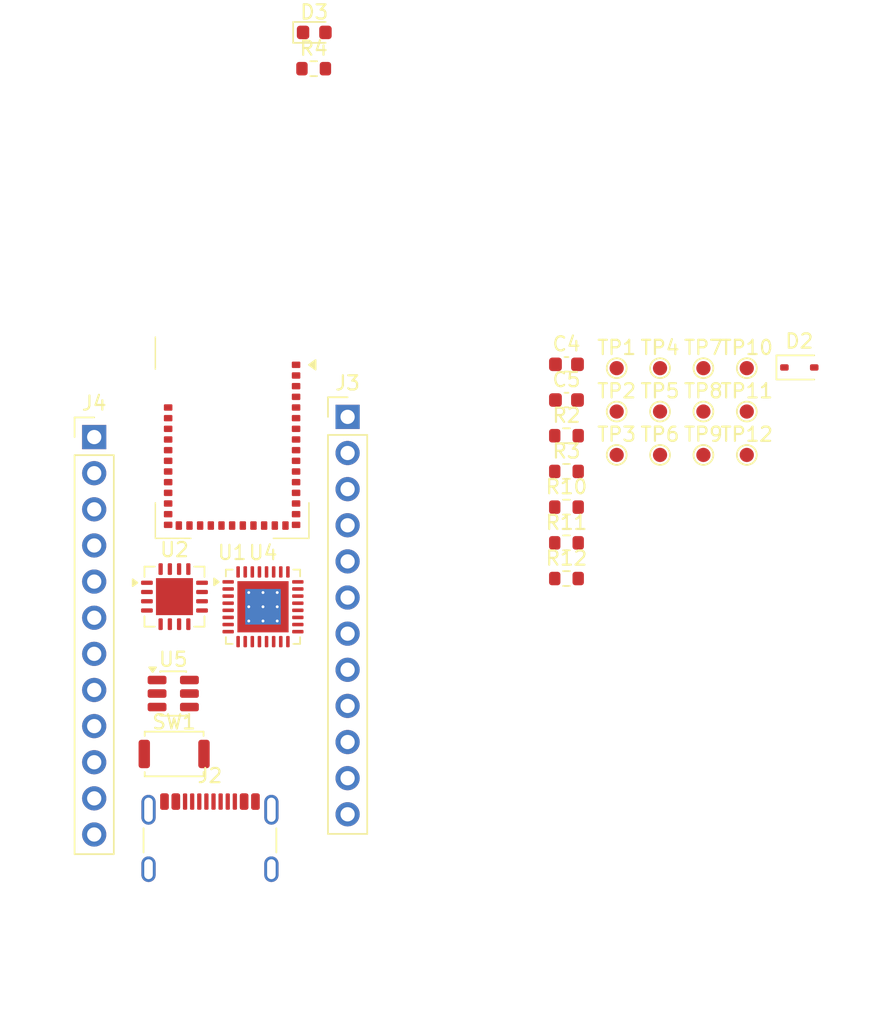
<source format=kicad_pcb>
(kicad_pcb (version 20241229) (generator "pcbnew") (generator_version "9.0")
  (layers (0 "F.Cu" signal) (2 "B.Cu" signal) (13 "F.Paste" user) (15 "B.Paste" user) (5 "F.SilkS" user "F.Silkscreen") (7 "B.SilkS" user "B.Silkscreen") (1 "F.Mask" user) (3 "B.Mask" user) (25 "Edge.Cuts" user))
  (net 0 "")
  (net 1 "GND")
  (net 2 "+3.3V")
  (net 3 "/SCL")
  (net 4 "/EOH")
  (net 5 "/SDA")
  (net 6 "/FDC_SHUTDOWN")
  (net 44 "Net-(U2-VINT-Pad14)")
  (net 87 "Net-(D2-K)")
  (net 88 "/USB_VBUS")
  (net 89 "Net-(D3-A)")
  (net 90 "Net-(J2-CC2)")
  (net 93 "/D-")
  (net 94 "/D+")
  (net 95 "Net-(J2-CC1)")
  (net 96 "Net-(D4-RK)")
  (net 97 "Net-(D4-GK)")
  (net 98 "Net-(D4-BK)")
  (net 99 "/RESET")
  (net 100 "/BOOTMODE")
  (net 101 "/UART_TX")
  (net 102 "/UART_RX")
  (net 103 "/SENSE_SOIL+")
  (net 104 "/FDC_OFF")
  (net 105 "/SENSE_SOIL-")
  (net 106 "/USB_D+")
  (net 107 "/USB_D-")
  (footprint "LED_SMD:LED_0603_1608Metric" (layer "F.Cu") (at 160.255 106.17)
    (property "Reference" "D3" (at 0 -1.43 0) (layer "F.SilkS"))
    (property "Value" "PWRLED")
    (fp_line (start -1.485 -0.735) (end -1.485 0.735) (stroke (width 0.12)) (layer "F.SilkS"))
    (fp_line (start -1.485 0.735) (end 0.8 0.735) (stroke (width 0.12)) (layer "F.SilkS"))
    (fp_line (start 0.8 -0.735) (end -1.485 -0.735) (stroke (width 0.12)) (layer "F.SilkS"))
    (pad "1" smd roundrect (at -0.7875 0) (size 0.875 0.95) (layers "F.Cu" "F.Mask" "F.Paste") (net 1 "GND"))
    (pad "2" smd roundrect (at 0.7875 0) (size 0.875 0.95) (layers "F.Cu" "F.Mask" "F.Paste") (net 89 "Net-(D3-A)"))
  )
  (footprint "TestPoint:TestPoint_Pad_D1.0mm" (layer "F.Cu") (at 187.6225 129.775)
    (property "Reference" "TP7" (at 0 -1.448 0) (layer "F.SilkS"))
    (property "Value" "SCL")
    (fp_circle (center 0 0) (end 0 0.7) (stroke (width 0.12)) (fill no) (layer "F.SilkS"))
    (pad "1" smd circle (at 0 0) (size 1 1) (layers "F.Cu" "F.Mask") (net 3 "/SCL"))
  )
  (footprint "TestPoint:TestPoint_Pad_D1.0mm" (layer "F.Cu") (at 190.6725 135.875)
    (property "Reference" "TP12" (at 0 -1.448 0) (layer "F.SilkS"))
    (property "Value" "SOIL_B")
    (fp_circle (center 0 0) (end 0 0.7) (stroke (width 0.12)) (fill no) (layer "F.SilkS"))
    (pad "1" smd circle (at 0 0) (size 1 1) (layers "F.Cu" "F.Mask") (net 105 "/SENSE_SOIL-"))
  )
  (footprint "Connector_USB:USB_C_Receptacle_GCT_USB4105-xx-A_16P_TopMnt_Horizontal" (layer "F.Cu") (at 152.92 163.925)
    (property "Reference" "J2" (at 0 -5.5 0) (layer "F.SilkS"))
    (property "Value" "USB4105-GF-A")
    (fp_line (start -4.67 -0.1) (end -4.67 -1.8) (stroke (width 0.12)) (layer "F.SilkS"))
    (fp_line (start 4.67 -0.1) (end 4.67 -1.8) (stroke (width 0.12)) (layer "F.SilkS"))
    (pad "" np_thru_hole circle (at -2.89 -2.605) (size 0.65 0.65) (drill 0.65) (layers "*.Cu" "*.Mask"))
    (pad "" np_thru_hole circle (at 2.89 -2.605) (size 0.65 0.65) (drill 0.65) (layers "*.Cu" "*.Mask"))
    (pad "A1" smd roundrect (at -3.2 -3.68) (size 0.6 1.15) (layers "F.Cu" "F.Mask" "F.Paste") (net 1 "GND"))
    (pad "A4" smd roundrect (at -2.4 -3.68) (size 0.6 1.15) (layers "F.Cu" "F.Mask" "F.Paste") (net 88 "/USB_VBUS"))
    (pad "A5" smd roundrect (at -1.25 -3.68) (size 0.3 1.15) (layers "F.Cu" "F.Mask" "F.Paste") (net 95 "Net-(J2-CC1)"))
    (pad "A6" smd roundrect (at -0.25 -3.68) (size 0.3 1.15) (layers "F.Cu" "F.Mask" "F.Paste") (net 94 "/D+"))
    (pad "A7" smd roundrect (at 0.25 -3.68) (size 0.3 1.15) (layers "F.Cu" "F.Mask" "F.Paste") (net 93 "/D-"))
    (pad "A8" smd roundrect (at 1.25 -3.68) (size 0.3 1.15) (layers "F.Cu" "F.Mask" "F.Paste"))
    (pad "A9" smd roundrect (at 2.4 -3.68) (size 0.6 1.15) (layers "F.Cu" "F.Mask" "F.Paste") (net 88 "/USB_VBUS"))
    (pad "A12" smd roundrect (at 3.2 -3.68) (size 0.6 1.15) (layers "F.Cu" "F.Mask" "F.Paste") (net 1 "GND"))
    (pad "B1" smd roundrect (at 3.2 -3.68) (size 0.6 1.15) (layers "F.Cu" "F.Mask" "F.Paste") (net 1 "GND"))
    (pad "B4" smd roundrect (at 2.4 -3.68) (size 0.6 1.15) (layers "F.Cu" "F.Mask" "F.Paste") (net 88 "/USB_VBUS"))
    (pad "B5" smd roundrect (at 1.75 -3.68) (size 0.3 1.15) (layers "F.Cu" "F.Mask" "F.Paste") (net 90 "Net-(J2-CC2)"))
    (pad "B6" smd roundrect (at 0.75 -3.68) (size 0.3 1.15) (layers "F.Cu" "F.Mask" "F.Paste") (net 94 "/D+"))
    (pad "B7" smd roundrect (at -0.75 -3.68) (size 0.3 1.15) (layers "F.Cu" "F.Mask" "F.Paste") (net 93 "/D-"))
    (pad "B8" smd roundrect (at -1.75 -3.68) (size 0.3 1.15) (layers "F.Cu" "F.Mask" "F.Paste"))
    (pad "B9" smd roundrect (at -2.4 -3.68) (size 0.6 1.15) (layers "F.Cu" "F.Mask" "F.Paste") (net 88 "/USB_VBUS"))
    (pad "B12" smd roundrect (at -3.2 -3.68) (size 0.6 1.15) (layers "F.Cu" "F.Mask" "F.Paste") (net 1 "GND"))
    (pad "S1" thru_hole oval (at -4.32 -3.105) (size 1 2.1) (drill oval 0.6 1.7) (property pad_prop_heatsink) (layers "*.Cu" "*.Mask" "F.Paste") (net 1 "GND"))
    (pad "S1" thru_hole oval (at -4.32 1.075) (size 1 1.8) (drill oval 0.6 1.4) (property pad_prop_heatsink) (layers "*.Cu" "*.Mask" "F.Paste") (net 1 "GND"))
    (pad "S1" thru_hole oval (at 4.32 -3.105) (size 1 2.1) (drill oval 0.6 1.7) (property pad_prop_heatsink) (layers "*.Cu" "*.Mask" "F.Paste") (net 1 "GND"))
    (pad "S1" thru_hole oval (at 4.32 1.075) (size 1 1.8) (drill oval 0.6 1.4) (property pad_prop_heatsink) (layers "*.Cu" "*.Mask" "F.Paste") (net 1 "GND"))
  )
  (footprint "Connector_PinHeader_2.54mm:PinHeader_1x12_P2.54mm_Vertical" (layer "F.Cu") (at 162.6 133.2)
    (property "Reference" "J3" (at 0 -2.38 0) (layer "F.SilkS"))
    (property "Value" "Conn_Breadboard")
    (fp_line (start -1.38 -1.38) (end 0 -1.38) (stroke (width 0.12)) (layer "F.SilkS"))
    (fp_line (start -1.38 0) (end -1.38 -1.38) (stroke (width 0.12)) (layer "F.SilkS"))
    (fp_line (start -1.38 1.27) (end -1.38 29.32) (stroke (width 0.12)) (layer "F.SilkS"))
    (fp_line (start -1.38 1.27) (end 1.38 1.27) (stroke (width 0.12)) (layer "F.SilkS"))
    (fp_line (start -1.38 29.32) (end 1.38 29.32) (stroke (width 0.12)) (layer "F.SilkS"))
    (fp_line (start 1.38 1.27) (end 1.38 29.32) (stroke (width 0.12)) (layer "F.SilkS"))
    (pad "1" thru_hole rect (at 0 0) (size 1.7 1.7) (drill 1) (layers "*.Cu" "*.Mask"))
    (pad "2" thru_hole circle (at 0 2.54) (size 1.7 1.7) (drill 1) (layers "*.Cu" "*.Mask"))
    (pad "3" thru_hole circle (at 0 5.08) (size 1.7 1.7) (drill 1) (layers "*.Cu" "*.Mask"))
    (pad "4" thru_hole circle (at 0 7.62) (size 1.7 1.7) (drill 1) (layers "*.Cu" "*.Mask"))
    (pad "5" thru_hole circle (at 0 10.16) (size 1.7 1.7) (drill 1) (layers "*.Cu" "*.Mask"))
    (pad "6" thru_hole circle (at 0 12.7) (size 1.7 1.7) (drill 1) (layers "*.Cu" "*.Mask"))
    (pad "7" thru_hole circle (at 0 15.24) (size 1.7 1.7) (drill 1) (layers "*.Cu" "*.Mask"))
    (pad "8" thru_hole circle (at 0 17.78) (size 1.7 1.7) (drill 1) (layers "*.Cu" "*.Mask"))
    (pad "9" thru_hole circle (at 0 20.32) (size 1.7 1.7) (drill 1) (layers "*.Cu" "*.Mask"))
    (pad "10" thru_hole circle (at 0 22.86) (size 1.7 1.7) (drill 1) (layers "*.Cu" "*.Mask"))
    (pad "11" thru_hole circle (at 0 25.4) (size 1.7 1.7) (drill 1) (layers "*.Cu" "*.Mask"))
    (pad "12" thru_hole circle (at 0 27.94) (size 1.7 1.7) (drill 1) (layers "*.Cu" "*.Mask"))
  )
  (footprint "Connector_PinHeader_2.54mm:PinHeader_1x12_P2.54mm_Vertical" (layer "F.Cu") (at 144.78 134.62)
    (property "Reference" "J4" (at 0 -2.38 0) (layer "F.SilkS"))
    (property "Value" "Conn_Breadboard")
    (fp_line (start -1.38 -1.38) (end 0 -1.38) (stroke (width 0.12)) (layer "F.SilkS"))
    (fp_line (start -1.38 0) (end -1.38 -1.38) (stroke (width 0.12)) (layer "F.SilkS"))
    (fp_line (start -1.38 1.27) (end -1.38 29.32) (stroke (width 0.12)) (layer "F.SilkS"))
    (fp_line (start -1.38 1.27) (end 1.38 1.27) (stroke (width 0.12)) (layer "F.SilkS"))
    (fp_line (start -1.38 29.32) (end 1.38 29.32) (stroke (width 0.12)) (layer "F.SilkS"))
    (fp_line (start 1.38 1.27) (end 1.38 29.32) (stroke (width 0.12)) (layer "F.SilkS"))
    (pad "1" thru_hole rect (at 0 0) (size 1.7 1.7) (drill 1) (layers "*.Cu" "*.Mask"))
    (pad "2" thru_hole circle (at 0 2.54) (size 1.7 1.7) (drill 1) (layers "*.Cu" "*.Mask"))
    (pad "3" thru_hole circle (at 0 5.08) (size 1.7 1.7) (drill 1) (layers "*.Cu" "*.Mask"))
    (pad "4" thru_hole circle (at 0 7.62) (size 1.7 1.7) (drill 1) (layers "*.Cu" "*.Mask") (net 2 "+3.3V"))
    (pad "5" thru_hole circle (at 0 10.16) (size 1.7 1.7) (drill 1) (layers "*.Cu" "*.Mask") (net 1 "GND"))
    (pad "6" thru_hole circle (at 0 12.7) (size 1.7 1.7) (drill 1) (layers "*.Cu" "*.Mask") (net 5 "/SDA"))
    (pad "7" thru_hole circle (at 0 15.24) (size 1.7 1.7) (drill 1) (layers "*.Cu" "*.Mask") (net 3 "/SCL"))
    (pad "8" thru_hole circle (at 0 17.78) (size 1.7 1.7) (drill 1) (layers "*.Cu" "*.Mask") (net 4 "/EOH"))
    (pad "9" thru_hole circle (at 0 20.32) (size 1.7 1.7) (drill 1) (layers "*.Cu" "*.Mask") (net 6 "/FDC_SHUTDOWN"))
    (pad "10" thru_hole circle (at 0 22.86) (size 1.7 1.7) (drill 1) (layers "*.Cu" "*.Mask"))
    (pad "11" thru_hole circle (at 0 25.4) (size 1.7 1.7) (drill 1) (layers "*.Cu" "*.Mask"))
    (pad "12" thru_hole circle (at 0 27.94) (size 1.7 1.7) (drill 1) (layers "*.Cu" "*.Mask"))
  )
  (footprint "Diode_SMD:D_SOD-323" (layer "F.Cu") (at 194.3675 129.725)
    (property "Reference" "D2" (at 0 -1.85 0) (layer "F.SilkS"))
    (property "Value" "B0520WS-7-F")
    (fp_line (start -1.61 -0.85) (end -1.61 0.85) (stroke (width 0.12)) (layer "F.SilkS"))
    (fp_line (start -1.61 -0.85) (end 1.05 -0.85) (stroke (width 0.12)) (layer "F.SilkS"))
    (fp_line (start -1.61 0.85) (end 1.05 0.85) (stroke (width 0.12)) (layer "F.SilkS"))
    (pad "1" smd roundrect (at -1.05 0) (size 0.6 0.45) (layers "F.Cu" "F.Mask" "F.Paste") (net 87 "Net-(D2-K)"))
    (pad "2" smd roundrect (at 1.05 0) (size 0.6 0.45) (layers "F.Cu" "F.Mask" "F.Paste") (net 88 "/USB_VBUS"))
  )
  (footprint "TestPoint:TestPoint_Pad_D1.0mm" (layer "F.Cu") (at 184.5725 129.775)
    (property "Reference" "TP4" (at 0 -1.448 0) (layer "F.SilkS"))
    (property "Value" "RST")
    (fp_circle (center 0 0) (end 0 0.7) (stroke (width 0.12)) (fill no) (layer "F.SilkS"))
    (pad "1" smd circle (at 0 0) (size 1 1) (layers "F.Cu" "F.Mask") (net 99 "/RESET"))
  )
  (footprint "Capacitor_SMD:C_0603_1608Metric" (layer "F.Cu") (at 177.9925 132.015)
    (property "Reference" "C5" (at 0 -1.43 0) (layer "F.SilkS"))
    (property "Value" "1u")
    (fp_line (start -0.14058 -0.51) (end 0.14058 -0.51) (stroke (width 0.12)) (layer "F.SilkS"))
    (fp_line (start -0.14058 0.51) (end 0.14058 0.51) (stroke (width 0.12)) (layer "F.SilkS"))
    (pad "1" smd roundrect (at -0.775 0) (size 0.9 0.95) (layers "F.Cu" "F.Mask" "F.Paste") (net 2 "+3.3V"))
    (pad "2" smd roundrect (at 0.775 0) (size 0.9 0.95) (layers "F.Cu" "F.Mask" "F.Paste") (net 1 "GND"))
  )
  (footprint "Button_Switch_SMD:SW_Push_SPST_NO_Alps_SKRK" (layer "F.Cu") (at 150.4 156.9)
    (property "Reference" "SW1" (at 0 -2.25 0) (layer "F.SilkS"))
    (property "Value" "Reset")
    (fp_line (start -2.07 -1.57) (end 2.07 -1.57) (stroke (width 0.12)) (layer "F.SilkS"))
    (fp_line (start -2.07 -1.27) (end -2.07 -1.57) (stroke (width 0.12)) (layer "F.SilkS"))
    (fp_line (start -2.07 1.57) (end -2.07 1.27) (stroke (width 0.12)) (layer "F.SilkS"))
    (fp_line (start 2.07 -1.57) (end 2.07 -1.27) (stroke (width 0.12)) (layer "F.SilkS"))
    (fp_line (start 2.07 1.27) (end 2.07 1.57) (stroke (width 0.12)) (layer "F.SilkS"))
    (fp_line (start 2.07 1.57) (end -2.07 1.57) (stroke (width 0.12)) (layer "F.SilkS"))
    (pad "1" smd roundrect (at -2.1 0) (size 0.8 2) (layers "F.Cu" "F.Mask" "F.Paste") (net 99 "/RESET"))
    (pad "2" smd roundrect (at 2.1 0) (size 0.8 2) (layers "F.Cu" "F.Mask" "F.Paste") (net 1 "GND"))
  )
  (footprint "Package_TO_SOT_SMD:SOT-23-6" (layer "F.Cu") (at 150.3375 152.65)
    (property "Reference" "U5" (at 0 -2.4 0) (layer "F.SilkS"))
    (property "Value" "USBLC6-2SC6")
    (fp_line (start -0.91 -1.56) (end 0.91 -1.56) (stroke (width 0.12)) (layer "F.SilkS"))
    (fp_line (start -0.91 -1.51) (end -0.91 -1.56) (stroke (width 0.12)) (layer "F.SilkS"))
    (fp_line (start -0.91 1.56) (end -0.91 1.51) (stroke (width 0.12)) (layer "F.SilkS"))
    (fp_line (start 0.91 -1.56) (end 0.91 -1.51) (stroke (width 0.12)) (layer "F.SilkS"))
    (fp_line (start 0.91 1.51) (end 0.91 1.56) (stroke (width 0.12)) (layer "F.SilkS"))
    (fp_line (start 0.91 1.56) (end -0.91 1.56) (stroke (width 0.12)) (layer "F.SilkS"))
    (fp_poly (pts (xy -1.45 -1.51) (xy -1.69 -1.84) (xy -1.21 -1.84)) (stroke (width 0.12)) (fill yes) (layer "F.SilkS"))
    (pad "1" smd roundrect (at -1.1375 -0.95) (size 1.325 0.6) (layers "F.Cu" "F.Mask" "F.Paste") (net 93 "/D-"))
    (pad "2" smd roundrect (at -1.1375 0) (size 1.325 0.6) (layers "F.Cu" "F.Mask" "F.Paste") (net 1 "GND"))
    (pad "3" smd roundrect (at -1.1375 0.95) (size 1.325 0.6) (layers "F.Cu" "F.Mask" "F.Paste") (net 94 "/D+"))
    (pad "4" smd roundrect (at 1.1375 0.95) (size 1.325 0.6) (layers "F.Cu" "F.Mask" "F.Paste") (net 106 "/USB_D+"))
    (pad "5" smd roundrect (at 1.1375 0) (size 1.325 0.6) (layers "F.Cu" "F.Mask" "F.Paste") (net 88 "/USB_VBUS"))
    (pad "6" smd roundrect (at 1.1375 -0.95) (size 1.325 0.6) (layers "F.Cu" "F.Mask" "F.Paste") (net 107 "/USB_D-"))
  )
  (footprint "TestPoint:TestPoint_Pad_D1.0mm" (layer "F.Cu") (at 187.6225 135.875)
    (property "Reference" "TP9" (at 0 -1.448 0) (layer "F.SilkS"))
    (property "Value" "SOIL_A")
    (fp_circle (center 0 0) (end 0 0.7) (stroke (width 0.12)) (fill no) (layer "F.SilkS"))
    (pad "1" smd circle (at 0 0) (size 1 1) (layers "F.Cu" "F.Mask") (net 103 "/SENSE_SOIL+"))
  )
  (footprint "TestPoint:TestPoint_Pad_D1.0mm" (layer "F.Cu") (at 181.5225 129.775)
    (property "Reference" "TP1" (at 0 -1.448 0) (layer "F.SilkS"))
    (property "Value" "3.3V")
    (fp_circle (center 0 0) (end 0 0.7) (stroke (width 0.12)) (fill no) (layer "F.SilkS"))
    (pad "1" smd circle (at 0 0) (size 1 1) (layers "F.Cu" "F.Mask") (net 2 "+3.3V"))
  )
  (footprint "TestPoint:TestPoint_Pad_D1.0mm" (layer "F.Cu") (at 190.6725 129.775)
    (property "Reference" "TP10" (at 0 -1.448 0) (layer "F.SilkS"))
    (property "Value" "EOH")
    (fp_circle (center 0 0) (end 0 0.7) (stroke (width 0.12)) (fill no) (layer "F.SilkS"))
    (pad "1" smd circle (at 0 0) (size 1 1) (layers "F.Cu" "F.Mask") (net 4 "/EOH"))
  )
  (footprint "Resistor_SMD:R_0603_1608Metric" (layer "F.Cu") (at 177.9925 144.565)
    (property "Reference" "R12" (at 0 -1.43 0) (layer "F.SilkS"))
    (property "Value" "10")
    (fp_line (start -0.237258 -0.5225) (end 0.237258 -0.5225) (stroke (width 0.12)) (layer "F.SilkS"))
    (fp_line (start -0.237258 0.5225) (end 0.237258 0.5225) (stroke (width 0.12)) (layer "F.SilkS"))
    (pad "1" smd roundrect (at -0.825 0) (size 0.8 0.95) (layers "F.Cu" "F.Mask" "F.Paste") (net 98 "Net-(D4-BK)"))
    (pad "2" smd roundrect (at 0.825 0) (size 0.8 0.95) (layers "F.Cu" "F.Mask" "F.Paste") (net 1 "GND"))
  )
  (footprint "Resistor_SMD:R_0603_1608Metric" (layer "F.Cu") (at 177.9925 139.545)
    (property "Reference" "R10" (at 0 -1.43 0) (layer "F.SilkS"))
    (property "Value" "60")
    (fp_line (start -0.237258 -0.5225) (end 0.237258 -0.5225) (stroke (width 0.12)) (layer "F.SilkS"))
    (fp_line (start -0.237258 0.5225) (end 0.237258 0.5225) (stroke (width 0.12)) (layer "F.SilkS"))
    (pad "1" smd roundrect (at -0.825 0) (size 0.8 0.95) (layers "F.Cu" "F.Mask" "F.Paste") (net 96 "Net-(D4-RK)"))
    (pad "2" smd roundrect (at 0.825 0) (size 0.8 0.95) (layers "F.Cu" "F.Mask" "F.Paste") (net 1 "GND"))
  )
  (footprint "TestPoint:TestPoint_Pad_D1.0mm" (layer "F.Cu") (at 190.6725 132.825)
    (property "Reference" "TP11" (at 0 -1.448 0) (layer "F.SilkS"))
    (property "Value" "FDC_OFF")
    (fp_circle (center 0 0) (end 0 0.7) (stroke (width 0.12)) (fill no) (layer "F.SilkS"))
    (pad "1" smd circle (at 0 0) (size 1 1) (layers "F.Cu" "F.Mask") (net 104 "/FDC_OFF"))
  )
  (footprint "Resistor_SMD:R_0603_1608Metric" (layer "F.Cu") (at 177.9925 142.055)
    (property "Reference" "R11" (at 0 -1.43 0) (layer "F.SilkS"))
    (property "Value" "10")
    (fp_line (start -0.237258 -0.5225) (end 0.237258 -0.5225) (stroke (width 0.12)) (layer "F.SilkS"))
    (fp_line (start -0.237258 0.5225) (end 0.237258 0.5225) (stroke (width 0.12)) (layer "F.SilkS"))
    (pad "1" smd roundrect (at -0.825 0) (size 0.8 0.95) (layers "F.Cu" "F.Mask" "F.Paste") (net 97 "Net-(D4-GK)"))
    (pad "2" smd roundrect (at 0.825 0) (size 0.8 0.95) (layers "F.Cu" "F.Mask" "F.Paste") (net 1 "GND"))
  )
  (footprint "TestPoint:TestPoint_Pad_D1.0mm" (layer "F.Cu") (at 181.5225 132.825)
    (property "Reference" "TP2" (at 0 -1.448 0) (layer "F.SilkS"))
    (property "Value" "GND")
    (fp_circle (center 0 0) (end 0 0.7) (stroke (width 0.12)) (fill no) (layer "F.SilkS"))
    (pad "1" smd circle (at 0 0) (size 1 1) (layers "F.Cu" "F.Mask") (net 1 "GND"))
  )
  (footprint "TestPoint:TestPoint_Pad_D1.0mm" (layer "F.Cu") (at 184.5725 135.875)
    (property "Reference" "TP6" (at 0 -1.448 0) (layer "F.SilkS"))
    (property "Value" "UART_RX")
    (fp_circle (center 0 0) (end 0 0.7) (stroke (width 0.12)) (fill no) (layer "F.SilkS"))
    (pad "1" smd circle (at 0 0) (size 1 1) (layers "F.Cu" "F.Mask") (net 102 "/UART_RX"))
  )
  (footprint "TestPoint:TestPoint_Pad_D1.0mm" (layer "F.Cu") (at 187.6225 132.825)
    (property "Reference" "TP8" (at 0 -1.448 0) (layer "F.SilkS"))
    (property "Value" "SDA")
    (fp_circle (center 0 0) (end 0 0.7) (stroke (width 0.12)) (fill no) (layer "F.SilkS"))
    (pad "1" smd circle (at 0 0) (size 1 1) (layers "F.Cu" "F.Mask") (net 5 "/SDA"))
  )
  (footprint "Package_DFN_QFN:UQFN-16-1EP_4x4mm_P0.65mm_EP2.6x2.6mm" (layer "F.Cu") (at 150.425 145.8375)
    (property "Reference" "U2" (at 0 -3.3 0) (layer "F.SilkS"))
    (property "Value" "nPM2100-QEXX")
    (fp_line (start -2.11 -2.11) (end -1.385 -2.11) (stroke (width 0.12)) (layer "F.SilkS"))
    (fp_line (start -2.11 -1.385) (end -2.11 -2.11) (stroke (width 0.12)) (layer "F.SilkS"))
    (fp_line (start -2.11 2.11) (end -2.11 1.385) (stroke (width 0.12)) (layer "F.SilkS"))
    (fp_line (start -1.385 2.11) (end -2.11 2.11) (stroke (width 0.12)) (layer "F.SilkS"))
    (fp_line (start 1.385 -2.11) (end 2.11 -2.11) (stroke (width 0.12)) (layer "F.SilkS"))
    (fp_line (start 2.11 -2.11) (end 2.11 -1.385) (stroke (width 0.12)) (layer "F.SilkS"))
    (fp_line (start 2.11 1.385) (end 2.11 2.11) (stroke (width 0.12)) (layer "F.SilkS"))
    (fp_line (start 2.11 2.11) (end 1.385 2.11) (stroke (width 0.12)) (layer "F.SilkS"))
    (fp_poly (pts (xy -2.61 -0.98) (xy -2.94 -0.74) (xy -2.94 -1.22)) (stroke (width 0.12)) (fill yes) (layer "F.SilkS"))
    (pad "1" smd roundrect (at -1.9375 -0.975) (size 0.825 0.3) (layers "F.Cu" "F.Mask" "F.Paste"))
    (pad "2" smd roundrect (at -1.9375 -0.325) (size 0.825 0.3) (layers "F.Cu" "F.Mask" "F.Paste"))
    (pad "3" smd roundrect (at -1.9375 0.325) (size 0.825 0.3) (layers "F.Cu" "F.Mask" "F.Paste"))
    (pad "4" smd roundrect (at -1.9375 0.975) (size 0.825 0.3) (layers "F.Cu" "F.Mask" "F.Paste"))
    (pad "5" smd roundrect (at -0.975 1.9375) (size 0.3 0.825) (layers "F.Cu" "F.Mask" "F.Paste"))
    (pad "6" smd roundrect (at -0.325 1.9375) (size 0.3 0.825) (layers "F.Cu" "F.Mask" "F.Paste"))
    (pad "7" smd roundrect (at 0.325 1.9375) (size 0.3 0.825) (layers "F.Cu" "F.Mask" "F.Paste"))
    (pad "8" smd roundrect (at 0.975 1.9375) (size 0.3 0.825) (layers "F.Cu" "F.Mask" "F.Paste"))
    (pad "9" smd roundrect (at 1.9375 0.975) (size 0.825 0.3) (layers "F.Cu" "F.Mask" "F.Paste"))
    (pad "10" smd roundrect (at 1.9375 0.325) (size 0.825 0.3) (layers "F.Cu" "F.Mask" "F.Paste"))
    (pad "11" smd roundrect (at 1.9375 -0.325) (size 0.825 0.3) (layers "F.Cu" "F.Mask" "F.Paste") (net 1 "GND"))
    (pad "12" smd roundrect (at 1.9375 -0.975) (size 0.825 0.3) (layers "F.Cu" "F.Mask" "F.Paste"))
    (pad "13" smd roundrect (at 0.975 -1.9375) (size 0.3 0.825) (layers "F.Cu" "F.Mask" "F.Paste"))
    (pad "14" smd roundrect (at 0.325 -1.9375) (size 0.3 0.825) (layers "F.Cu" "F.Mask" "F.Paste") (net 44 "Net-(U2-VINT-Pad14)"))
    (pad "15" smd roundrect (at -0.325 -1.9375) (size 0.3 0.825) (layers "F.Cu" "F.Mask" "F.Paste") (net 44 "Net-(U2-VINT-Pad14)"))
    (pad "16" smd roundrect (at -0.975 -1.9375) (size 0.3 0.825) (layers "F.Cu" "F.Mask" "F.Paste") (net 1 "GND"))
    (pad "17" smd rect (at 0 0) (size 2.6 2.6) (property pad_prop_heatsink) (layers "F.Cu" "F.Mask") (net 1 "GND"))
  )
  (footprint "Resistor_SMD:R_0603_1608Metric" (layer "F.Cu") (at 160.215 108.72)
    (property "Reference" "R4" (at 0 -1.43 0) (layer "F.SilkS"))
    (property "Value" "680")
    (fp_line (start -0.237258 -0.5225) (end 0.237258 -0.5225) (stroke (width 0.12)) (layer "F.SilkS"))
    (fp_line (start -0.237258 0.5225) (end 0.237258 0.5225) (stroke (width 0.12)) (layer "F.SilkS"))
    (pad "1" smd roundrect (at -0.825 0) (size 0.8 0.95) (layers "F.Cu" "F.Mask" "F.Paste") (net 2 "+3.3V"))
    (pad "2" smd roundrect (at 0.825 0) (size 0.8 0.95) (layers "F.Cu" "F.Mask" "F.Paste") (net 89 "Net-(D3-A)"))
  )
  (footprint "Capacitor_SMD:C_0603_1608Metric" (layer "F.Cu") (at 177.9925 129.505)
    (property "Reference" "C4" (at 0 -1.43 0) (layer "F.SilkS"))
    (property "Value" "1u")
    (fp_line (start -0.14058 -0.51) (end 0.14058 -0.51) (stroke (width 0.12)) (layer "F.SilkS"))
    (fp_line (start -0.14058 0.51) (end 0.14058 0.51) (stroke (width 0.12)) (layer "F.SilkS"))
    (pad "1" smd roundrect (at -0.775 0) (size 0.9 0.95) (layers "F.Cu" "F.Mask" "F.Paste") (net 87 "Net-(D2-K)"))
    (pad "2" smd roundrect (at 0.775 0) (size 0.9 0.95) (layers "F.Cu" "F.Mask" "F.Paste") (net 1 "GND"))
  )
  (footprint "Resistor_SMD:R_0603_1608Metric" (layer "F.Cu") (at 177.9925 137.035)
    (property "Reference" "R3" (at 0 -1.43 0) (layer "F.SilkS"))
    (property "Value" "5.1k")
    (fp_line (start -0.237258 -0.5225) (end 0.237258 -0.5225) (stroke (width 0.12)) (layer "F.SilkS"))
    (fp_line (start -0.237258 0.5225) (end 0.237258 0.5225) (stroke (width 0.12)) (layer "F.SilkS"))
    (pad "1" smd roundrect (at -0.825 0) (size 0.8 0.95) (layers "F.Cu" "F.Mask" "F.Paste") (net 90 "Net-(J2-CC2)"))
    (pad "2" smd roundrect (at 0.825 0) (size 0.8 0.95) (layers "F.Cu" "F.Mask" "F.Paste") (net 1 "GND"))
  )
  (footprint "TestPoint:TestPoint_Pad_D1.0mm" (layer "F.Cu") (at 184.5725 132.825)
    (property "Reference" "TP5" (at 0 -1.448 0) (layer "F.SilkS"))
    (property "Value" "UART_TX")
    (fp_circle (center 0 0) (end 0 0.7) (stroke (width 0.12)) (fill no) (layer "F.SilkS"))
    (pad "1" smd circle (at 0 0) (size 1 1) (layers "F.Cu" "F.Mask") (net 101 "/UART_TX"))
  )
  (footprint "TestPoint:TestPoint_Pad_D1.0mm" (layer "F.Cu") (at 181.5225 135.875)
    (property "Reference" "TP3" (at 0 -1.448 0) (layer "F.SilkS"))
    (property "Value" "BOOT")
    (fp_circle (center 0 0) (end 0 0.7) (stroke (width 0.12)) (fill no) (layer "F.SilkS"))
    (pad "1" smd circle (at 0 0) (size 1 1) (layers "F.Cu" "F.Mask") (net 100 "/BOOTMODE"))
  )
  (footprint "PCM_nordic-lib-kicad-nrf54-modules:BL54Lxx-LGA-39_14x10mm" (layer "F.Cu") (at 154.48 134.34)
    (property "Reference" "U1" (at 0 8.4 0) (layer "F.SilkS"))
    (property "Value" "BL54L15-453-000xxx")
    (fp_line (start -5.4 -4.5) (end -5.4 -6.75) (stroke (width 0.1)) (layer "F.SilkS"))
    (fp_line (start -5.4 7.4) (end -5.4 4.9) (stroke (width 0.1)) (layer "F.SilkS"))
    (fp_line (start -5.4 7.4) (end -2.9 7.4) (stroke (width 0.1)) (layer "F.SilkS"))
    (fp_line (start 5.4 7.4) (end 2.9 7.4) (stroke (width 0.1)) (layer "F.SilkS"))
    (fp_line (start 5.4 7.4) (end 5.4 4.9) (stroke (width 0.1)) (layer "F.SilkS"))
    (fp_poly (pts (xy 5.4 -4.8) (xy 5.87 -5.14) (xy 5.87 -4.46) (xy 5.4 -4.8)) (stroke (width 0.12)) (fill yes) (layer "F.SilkS"))
    (pad "1" smd roundrect (at 4.497 -4.8) (size 0.6 0.45) (layers "F.Cu" "F.Mask" "F.Paste") (roundrect_rratio 0.15) (net 1 "GND"))
    (pad "2" smd roundrect (at 4.497 -4.05) (size 0.6 0.45) (layers "F.Cu" "F.Mask" "F.Paste") (roundrect_rratio 0.15))
    (pad "3" smd roundrect (at 4.497 -3.3) (size 0.6 0.45) (layers "F.Cu" "F.Mask" "F.Paste") (roundrect_rratio 0.15))
    (pad "4" smd roundrect (at 4.497 -2.55) (size 0.6 0.45) (layers "F.Cu" "F.Mask" "F.Paste") (roundrect_rratio 0.15))
    (pad "5" smd roundrect (at 4.497 -1.8) (size 0.6 0.45) (layers "F.Cu" "F.Mask" "F.Paste") (roundrect_rratio 0.15))
    (pad "6" smd roundrect (at 4.497 -1.05) (size 0.6 0.45) (layers "F.Cu" "F.Mask" "F.Paste") (roundrect_rratio 0.15))
    (pad "7" smd roundrect (at 4.497 -0.3) (size 0.6 0.45) (layers "F.Cu" "F.Mask" "F.Paste") (roundrect_rratio 0.15))
    (pad "8" smd roundrect (at 4.497 0.45) (size 0.6 0.45) (layers "F.Cu" "F.Mask" "F.Paste") (roundrect_rratio 0.15))
    (pad "9" smd roundrect (at 4.497 1.2) (size 0.6 0.45) (layers "F.Cu" "F.Mask" "F.Paste") (roundrect_rratio 0.15))
    (pad "10" smd roundrect (at 4.497 1.95) (size 0.6 0.45) (layers "F.Cu" "F.Mask" "F.Paste") (roundrect_rratio 0.15))
    (pad "11" smd roundrect (at 4.497 2.7) (size 0.6 0.45) (layers "F.Cu" "F.Mask" "F.Paste") (roundrect_rratio 0.15))
    (pad "12" smd roundrect (at 4.497 3.45) (size 0.6 0.45) (layers "F.Cu" "F.Mask" "F.Paste") (roundrect_rratio 0.15))
    (pad "13" smd roundrect (at 4.497 4.2) (size 0.6 0.45) (layers "F.Cu" "F.Mask" "F.Paste") (roundrect_rratio 0.15))
    (pad "14" smd roundrect (at 4.497 4.95) (size 0.6 0.45) (layers "F.Cu" "F.Mask" "F.Paste") (roundrect_rratio 0.15))
    (pad "15" smd roundrect (at 4.497 5.7) (size 0.6 0.45) (layers "F.Cu" "F.Mask" "F.Paste") (roundrect_rratio 0.15))
    (pad "16" smd roundrect (at 4.497 6.45) (size 0.6 0.45) (layers "F.Cu" "F.Mask" "F.Paste") (roundrect_rratio 0.15) (net 1 "GND"))
    (pad "17" smd roundrect (at 3.75 6.5 270) (size 0.6 0.45) (layers "F.Cu" "F.Mask" "F.Paste") (roundrect_rratio 0.15))
    (pad "18" smd roundrect (at 3 6.5 270) (size 0.6 0.45) (layers "F.Cu" "F.Mask" "F.Paste") (roundrect_rratio 0.15))
    (pad "19" smd roundrect (at 2.25 6.5 270) (size 0.6 0.45) (layers "F.Cu" "F.Mask" "F.Paste") (roundrect_rratio 0.15))
    (pad "20" smd roundrect (at 1.5 6.5 270) (size 0.6 0.45) (layers "F.Cu" "F.Mask" "F.Paste") (roundrect_rratio 0.15))
    (pad "21" smd roundrect (at 0.75 6.5 270) (size 0.6 0.45) (layers "F.Cu" "F.Mask" "F.Paste") (roundrect_rratio 0.15))
    (pad "22" smd roundrect (at 0 6.5 270) (size 0.6 0.45) (layers "F.Cu" "F.Mask" "F.Paste") (roundrect_rratio 0.15))
    (pad "23" smd roundrect (at -0.75 6.5 270) (size 0.6 0.45) (layers "F.Cu" "F.Mask" "F.Paste") (roundrect_rratio 0.15))
    (pad "24" smd roundrect (at -1.5 6.5 270) (size 0.6 0.45) (layers "F.Cu" "F.Mask" "F.Paste") (roundrect_rratio 0.15))
    (pad "25" smd roundrect (at -2.25 6.5 270) (size 0.6 0.45) (layers "F.Cu" "F.Mask" "F.Paste") (roundrect_rratio 0.15))
    (pad "26" smd roundrect (at -3 6.5 270) (size 0.6 0.45) (layers "F.Cu" "F.Mask" "F.Paste") (roundrect_rratio 0.15))
    (pad "27" smd roundrect (at -3.75 6.5 270) (size 0.6 0.45) (layers "F.Cu" "F.Mask" "F.Paste") (roundrect_rratio 0.15) (net 1 "GND"))
    (pad "28" smd roundrect (at -4.5 6.45) (size 0.6 0.45) (layers "F.Cu" "F.Mask" "F.Paste") (roundrect_rratio 0.15))
    (pad "29" smd roundrect (at -4.5 5.7) (size 0.6 0.45) (layers "F.Cu" "F.Mask" "F.Paste") (roundrect_rratio 0.15))
    (pad "30" smd roundrect (at -4.5 4.95) (size 0.6 0.45) (layers "F.Cu" "F.Mask" "F.Paste") (roundrect_rratio 0.15))
    (pad "31" smd roundrect (at -4.5 4.2) (size 0.6 0.45) (layers "F.Cu" "F.Mask" "F.Paste") (roundrect_rratio 0.15))
    (pad "32" smd roundrect (at -4.5 3.45) (size 0.6 0.45) (layers "F.Cu" "F.Mask" "F.Paste") (roundrect_rratio 0.15))
    (pad "33" smd roundrect (at -4.5 2.7) (size 0.6 0.45) (layers "F.Cu" "F.Mask" "F.Paste") (roundrect_rratio 0.15))
    (pad "34" smd roundrect (at -4.5 1.95) (size 0.6 0.45) (layers "F.Cu" "F.Mask" "F.Paste") (roundrect_rratio 0.15))
    (pad "35" smd roundrect (at -4.5 1.2) (size 0.6 0.45) (layers "F.Cu" "F.Mask" "F.Paste") (roundrect_rratio 0.15))
    (pad "36" smd roundrect (at -4.5 0.45) (size 0.6 0.45) (layers "F.Cu" "F.Mask" "F.Paste") (roundrect_rratio 0.15))
    (pad "37" smd roundrect (at -4.5 -0.3) (size 0.6 0.45) (layers "F.Cu" "F.Mask" "F.Paste") (roundrect_rratio 0.15))
    (pad "38" smd roundrect (at -4.5 -1.05) (size 0.6 0.45) (layers "F.Cu" "F.Mask" "F.Paste") (roundrect_rratio 0.15))
    (pad "39" smd roundrect (at -4.5 -1.8) (size 0.6 0.45) (layers "F.Cu" "F.Mask" "F.Paste") (roundrect_rratio 0.15) (net 1 "GND"))
  )
  (footprint "Resistor_SMD:R_0603_1608Metric" (layer "F.Cu") (at 177.9925 134.525)
    (property "Reference" "R2" (at 0 -1.43 0) (layer "F.SilkS"))
    (property "Value" "5.1k")
    (fp_line (start -0.237258 -0.5225) (end 0.237258 -0.5225) (stroke (width 0.12)) (layer "F.SilkS"))
    (fp_line (start -0.237258 0.5225) (end 0.237258 0.5225) (stroke (width 0.12)) (layer "F.SilkS"))
    (pad "1" smd roundrect (at -0.825 0) (size 0.8 0.95) (layers "F.Cu" "F.Mask" "F.Paste") (net 1 "GND"))
    (pad "2" smd roundrect (at 0.825 0) (size 0.8 0.95) (layers "F.Cu" "F.Mask" "F.Paste") (net 95 "Net-(J2-CC1)"))
  )
  (footprint "Package_DFN_QFN:QFN-32-1EP_5x5mm_P0.5mm_EP3.6x3.6mm_ThermalVias" (layer "F.Cu") (at 156.65 146.55)
    (property "Reference" "U4" (at 0 -3.8 0) (layer "F.SilkS"))
    (property "Value" "nPM1300-QEXX")
    (fp_line (start -2.61 -2.61) (end -2.135 -2.61) (stroke (width 0.12)) (layer "F.SilkS"))
    (fp_line (start -2.61 -2.135) (end -2.61 -2.61) (stroke (width 0.12)) (layer "F.SilkS"))
    (fp_line (start -2.61 2.61) (end -2.61 2.135) (stroke (width 0.12)) (layer "F.SilkS"))
    (fp_line (start -2.135 2.61) (end -2.61 2.61) (stroke (width 0.12)) (layer "F.SilkS"))
    (fp_line (start 2.135 -2.61) (end 2.61 -2.61) (stroke (width 0.12)) (layer "F.SilkS"))
    (fp_line (start 2.61 -2.61) (end 2.61 -2.135) (stroke (width 0.12)) (layer "F.SilkS"))
    (fp_line (start 2.61 2.135) (end 2.61 2.61) (stroke (width 0.12)) (layer "F.SilkS"))
    (fp_line (start 2.61 2.61) (end 2.135 2.61) (stroke (width 0.12)) (layer "F.SilkS"))
    (fp_poly (pts (xy -3.11 -1.75) (xy -3.44 -1.51) (xy -3.44 -1.99)) (stroke (width 0.12)) (fill yes) (layer "F.SilkS"))
    (pad "1" smd roundrect (at -2.45 -1.75) (size 0.8 0.25) (layers "F.Cu" "F.Mask" "F.Paste"))
    (pad "2" smd roundrect (at -2.45 -1.25) (size 0.8 0.25) (layers "F.Cu" "F.Mask" "F.Paste"))
    (pad "3" smd roundrect (at -2.45 -0.75) (size 0.8 0.25) (layers "F.Cu" "F.Mask" "F.Paste"))
    (pad "4" smd roundrect (at -2.45 -0.25) (size 0.8 0.25) (layers "F.Cu" "F.Mask" "F.Paste"))
    (pad "5" smd roundrect (at -2.45 0.25) (size 0.8 0.25) (layers "F.Cu" "F.Mask" "F.Paste"))
    (pad "6" smd roundrect (at -2.45 0.75) (size 0.8 0.25) (layers "F.Cu" "F.Mask" "F.Paste"))
    (pad "7" smd roundrect (at -2.45 1.25) (size 0.8 0.25) (layers "F.Cu" "F.Mask" "F.Paste"))
    (pad "8" smd roundrect (at -2.45 1.75) (size 0.8 0.25) (layers "F.Cu" "F.Mask" "F.Paste"))
    (pad "9" smd roundrect (at -1.75 2.45) (size 0.25 0.8) (layers "F.Cu" "F.Mask" "F.Paste"))
    (pad "10" smd roundrect (at -1.25 2.45) (size 0.25 0.8) (layers "F.Cu" "F.Mask" "F.Paste"))
    (pad "11" smd roundrect (at -0.75 2.45) (size 0.25 0.8) (layers "F.Cu" "F.Mask" "F.Paste"))
    (pad "12" smd roundrect (at -0.25 2.45) (size 0.25 0.8) (layers "F.Cu" "F.Mask" "F.Paste"))
    (pad "13" smd roundrect (at 0.25 2.45) (size 0.25 0.8) (layers "F.Cu" "F.Mask" "F.Paste"))
    (pad "14" smd roundrect (at 0.75 2.45) (size 0.25 0.8) (layers "F.Cu" "F.Mask" "F.Paste"))
    (pad "15" smd roundrect (at 1.25 2.45) (size 0.25 0.8) (layers "F.Cu" "F.Mask" "F.Paste"))
    (pad "16" smd roundrect (at 1.75 2.45) (size 0.25 0.8) (layers "F.Cu" "F.Mask" "F.Paste"))
    (pad "17" smd roundrect (at 2.45 1.75) (size 0.8 0.25) (layers "F.Cu" "F.Mask" "F.Paste"))
    (pad "18" smd roundrect (at 2.45 1.25) (size 0.8 0.25) (layers "F.Cu" "F.Mask" "F.Paste"))
    (pad "19" smd roundrect (at 2.45 0.75) (size 0.8 0.25) (layers "F.Cu" "F.Mask" "F.Paste"))
    (pad "20" smd roundrect (at 2.45 0.25) (size 0.8 0.25) (layers "F.Cu" "F.Mask" "F.Paste"))
    (pad "21" smd roundrect (at 2.45 -0.25) (size 0.8 0.25) (layers "F.Cu" "F.Mask" "F.Paste"))
    (pad "22" smd roundrect (at 2.45 -0.75) (size 0.8 0.25) (layers "F.Cu" "F.Mask" "F.Paste"))
    (pad "23" smd roundrect (at 2.45 -1.25) (size 0.8 0.25) (layers "F.Cu" "F.Mask" "F.Paste"))
    (pad "24" smd roundrect (at 2.45 -1.75) (size 0.8 0.25) (layers "F.Cu" "F.Mask" "F.Paste"))
    (pad "25" smd roundrect (at 1.75 -2.45) (size 0.25 0.8) (layers "F.Cu" "F.Mask" "F.Paste"))
    (pad "26" smd roundrect (at 1.25 -2.45) (size 0.25 0.8) (layers "F.Cu" "F.Mask" "F.Paste"))
    (pad "27" smd roundrect (at 0.75 -2.45) (size 0.25 0.8) (layers "F.Cu" "F.Mask" "F.Paste"))
    (pad "28" smd roundrect (at 0.25 -2.45) (size 0.25 0.8) (layers "F.Cu" "F.Mask" "F.Paste"))
    (pad "29" smd roundrect (at -0.25 -2.45) (size 0.25 0.8) (layers "F.Cu" "F.Mask" "F.Paste"))
    (pad "30" smd roundrect (at -0.75 -2.45) (size 0.25 0.8) (layers "F.Cu" "F.Mask" "F.Paste"))
    (pad "31" smd roundrect (at -1.25 -2.45) (size 0.25 0.8) (layers "F.Cu" "F.Mask" "F.Paste"))
    (pad "32" smd roundrect (at -1.75 -2.45) (size 0.25 0.8) (layers "F.Cu" "F.Mask" "F.Paste"))
    (pad "33" thru_hole circle (at -1 -1) (size 0.5 0.5) (drill 0.2) (property pad_prop_heatsink) (layers "*.Cu") (net 1 "GND"))
    (pad "33" thru_hole circle (at -1 0) (size 0.5 0.5) (drill 0.2) (property pad_prop_heatsink) (layers "*.Cu") (net 1 "GND"))
    (pad "33" thru_hole circle (at -1 1) (size 0.5 0.5) (drill 0.2) (property pad_prop_heatsink) (layers "*.Cu") (net 1 "GND"))
    (pad "33" thru_hole circle (at 0 -1) (size 0.5 0.5) (drill 0.2) (property pad_prop_heatsink) (layers "*.Cu") (net 1 "GND"))
    (pad "33" thru_hole circle (at 0 0) (size 0.5 0.5) (drill 0.2) (property pad_prop_heatsink) (layers "*.Cu") (net 1 "GND"))
    (pad "33" smd rect (at 0 0) (size 2.5 2.5) (property pad_prop_heatsink) (layers "B.Cu") (net 1 "GND"))
    (pad "33" smd rect (at 0 0) (size 3.6 3.6) (property pad_prop_heatsink) (layers "F.Cu" "F.Mask") (net 1 "GND"))
    (pad "33" thru_hole circle (at 0 1) (size 0.5 0.5) (drill 0.2) (property pad_prop_heatsink) (layers "*.Cu") (net 1 "GND"))
    (pad "33" thru_hole circle (at 1 -1) (size 0.5 0.5) (drill 0.2) (property pad_prop_heatsink) (layers "*.Cu") (net 1 "GND"))
    (pad "33" thru_hole circle (at 1 0) (size 0.5 0.5) (drill 0.2) (property pad_prop_heatsink) (layers "*.Cu") (net 1 "GND"))
    (pad "33" thru_hole circle (at 1 1) (size 0.5 0.5) (drill 0.2) (property pad_prop_heatsink) (layers "*.Cu") (net 1 "GND"))
  )
)
</source>
